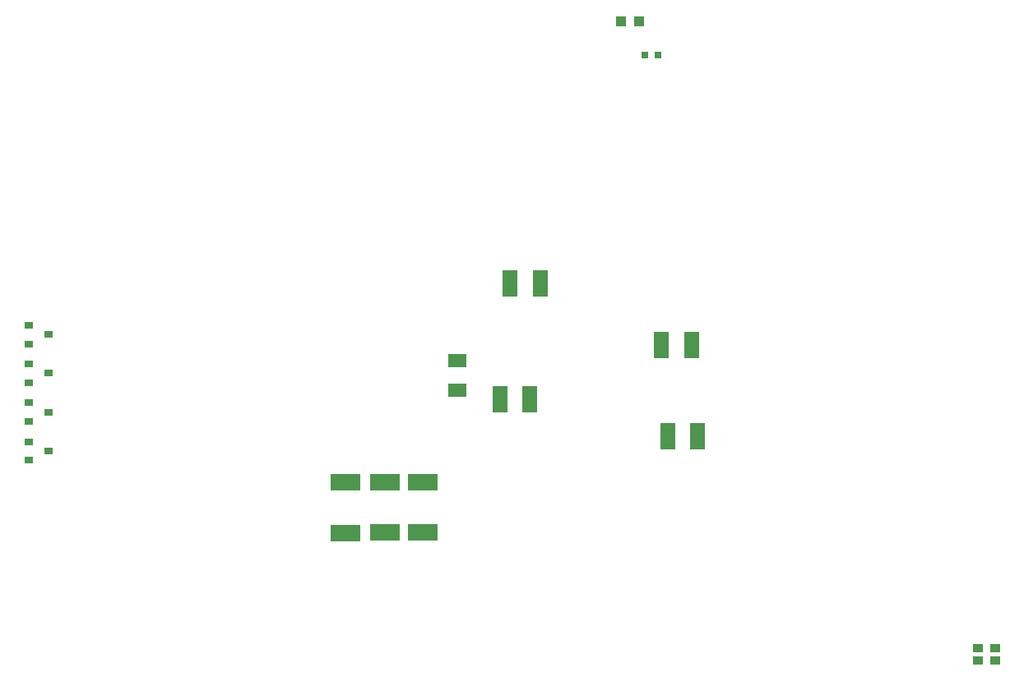
<source format=gbr>
G04*
G04 #@! TF.GenerationSoftware,Altium Limited,Altium Designer,23.2.1 (34)*
G04*
G04 Layer_Color=128*
%FSLAX25Y25*%
%MOIN*%
G70*
G04*
G04 #@! TF.SameCoordinates,91C23CEB-00FB-43FC-9C52-439D6A026708*
G04*
G04*
G04 #@! TF.FilePolarity,Positive*
G04*
G01*
G75*
%ADD43R,0.04331X0.04331*%
%ADD44R,0.03937X0.03543*%
%ADD50R,0.03543X0.03150*%
%ADD108R,0.05906X0.11024*%
%ADD109R,0.12402X0.07008*%
%ADD110R,0.02756X0.02756*%
%ADD111R,0.07480X0.05315*%
D43*
X622835Y535236D02*
D03*
X615748D02*
D03*
D44*
X760433Y276037D02*
D03*
X767126D02*
D03*
Y281181D02*
D03*
X760433D02*
D03*
D50*
X375590Y357368D02*
D03*
Y364848D02*
D03*
X383465Y361108D02*
D03*
X375590Y404485D02*
D03*
Y411966D02*
D03*
X383465Y408225D02*
D03*
X375590Y388779D02*
D03*
Y396260D02*
D03*
X383465Y392520D02*
D03*
X375590Y373074D02*
D03*
Y380554D02*
D03*
X383465Y376814D02*
D03*
D108*
X644102Y404000D02*
D03*
X631898D02*
D03*
X634449Y367126D02*
D03*
X646654D02*
D03*
X578740Y381890D02*
D03*
X566535D02*
D03*
X582874Y429134D02*
D03*
X570669D02*
D03*
D109*
X535433Y348484D02*
D03*
Y327894D02*
D03*
X520000D02*
D03*
Y348484D02*
D03*
X504000Y348295D02*
D03*
Y327705D02*
D03*
D110*
X630709Y521654D02*
D03*
X625197D02*
D03*
D111*
X549213Y397835D02*
D03*
Y385630D02*
D03*
M02*

</source>
